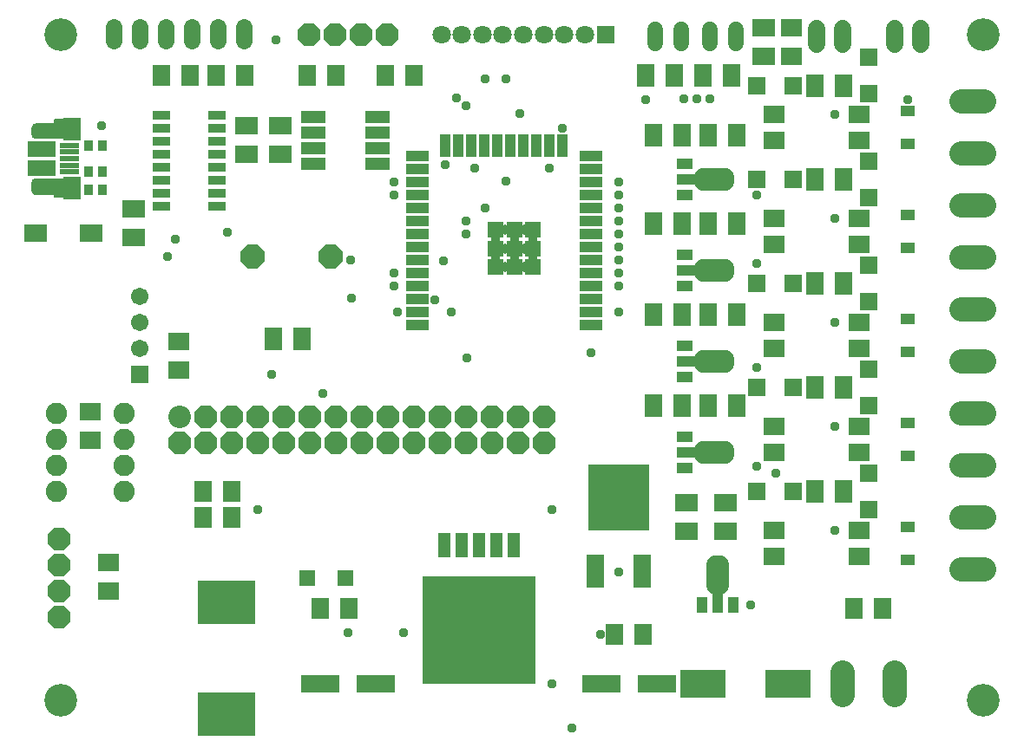
<source format=gts>
G04 EAGLE Gerber RS-274X export*
G75*
%MOMM*%
%FSLAX34Y34*%
%LPD*%
%INSoldermask Top*%
%IPPOS*%
%AMOC8*
5,1,8,0,0,1.08239X$1,22.5*%
G01*
%ADD10C,3.203200*%
%ADD11C,2.387600*%
%ADD12R,1.803200X1.803200*%
%ADD13C,1.803200*%
%ADD14R,4.503200X2.703200*%
%ADD15R,1.803200X2.003200*%
%ADD16R,2.003200X1.803200*%
%ADD17R,3.703200X1.803200*%
%ADD18C,1.711200*%
%ADD19R,1.603200X1.603200*%
%ADD20R,1.423200X1.113200*%
%ADD21R,11.003200X10.613200*%
%ADD22R,1.270000X2.362200*%
%ADD23R,1.953200X0.603200*%
%ADD24R,1.663200X2.203200*%
%ADD25R,2.703200X1.628200*%
%ADD26R,2.103200X1.703200*%
%ADD27R,5.703200X4.203200*%
%ADD28R,0.903200X1.103200*%
%ADD29R,1.703200X1.703200*%
%ADD30R,6.003200X6.403200*%
%ADD31R,1.803200X3.203200*%
%ADD32P,2.384722X8X112.500000*%
%ADD33R,2.203200X1.803200*%
%ADD34R,1.803200X2.203200*%
%ADD35C,1.524000*%
%ADD36P,2.556822X8X22.500000*%
%ADD37C,2.203200*%
%ADD38P,2.384722X8X22.500000*%
%ADD39R,1.003200X1.603200*%
%ADD40R,1.003200X2.103200*%
%ADD41C,1.721103*%
%ADD42R,1.603200X1.003200*%
%ADD43R,2.103200X1.003200*%
%ADD44R,1.727200X0.838200*%
%ADD45R,1.711200X1.711200*%
%ADD46C,1.711200*%
%ADD47R,2.203200X1.103200*%
%ADD48R,1.103200X2.203200*%
%ADD49R,1.533200X1.533200*%
%ADD50C,0.965200*%
%ADD51P,2.384722X8X202.500000*%
%ADD52C,1.625600*%
%ADD53C,2.082800*%
%ADD54R,2.438400X1.219200*%
%ADD55C,0.959600*%

G36*
X52175Y540614D02*
X52175Y540614D01*
X52180Y540613D01*
X52273Y540634D01*
X52367Y540652D01*
X52371Y540655D01*
X52376Y540656D01*
X52454Y540712D01*
X52532Y540765D01*
X52535Y540769D01*
X52539Y540772D01*
X52590Y540854D01*
X52642Y540933D01*
X52642Y540938D01*
X52645Y540943D01*
X52677Y541120D01*
X52677Y559120D01*
X52676Y559125D01*
X52677Y559130D01*
X52656Y559223D01*
X52638Y559317D01*
X52635Y559321D01*
X52634Y559326D01*
X52578Y559404D01*
X52525Y559482D01*
X52521Y559485D01*
X52518Y559489D01*
X52436Y559540D01*
X52357Y559592D01*
X52352Y559592D01*
X52347Y559595D01*
X52170Y559627D01*
X25170Y559627D01*
X25144Y559622D01*
X25113Y559624D01*
X24446Y559549D01*
X24399Y559534D01*
X24335Y559524D01*
X23701Y559302D01*
X23658Y559277D01*
X23598Y559252D01*
X23030Y558895D01*
X22994Y558861D01*
X22941Y558824D01*
X22466Y558349D01*
X22438Y558308D01*
X22395Y558260D01*
X22038Y557692D01*
X22020Y557645D01*
X21988Y557589D01*
X21766Y556955D01*
X21760Y556906D01*
X21741Y556844D01*
X21666Y556177D01*
X21668Y556150D01*
X21663Y556120D01*
X21663Y548128D01*
X21639Y547344D01*
X21648Y547295D01*
X21649Y547231D01*
X21802Y546454D01*
X21821Y546408D01*
X21836Y546346D01*
X22159Y545622D01*
X22187Y545582D01*
X22216Y545524D01*
X22691Y544891D01*
X22728Y544858D01*
X22769Y544808D01*
X23373Y544297D01*
X23416Y544273D01*
X23467Y544233D01*
X24170Y543869D01*
X24218Y543855D01*
X24276Y543828D01*
X25043Y543629D01*
X25096Y543626D01*
X25170Y543613D01*
X43663Y543613D01*
X43663Y541120D01*
X43664Y541115D01*
X43663Y541110D01*
X43684Y541017D01*
X43702Y540924D01*
X43705Y540919D01*
X43706Y540914D01*
X43762Y540836D01*
X43815Y540758D01*
X43819Y540755D01*
X43822Y540751D01*
X43904Y540700D01*
X43983Y540648D01*
X43988Y540648D01*
X43993Y540645D01*
X44170Y540613D01*
X52170Y540613D01*
X52175Y540614D01*
G37*
G36*
X26178Y598613D02*
X26178Y598613D01*
X52170Y598613D01*
X52175Y598614D01*
X52180Y598613D01*
X52273Y598634D01*
X52367Y598652D01*
X52371Y598655D01*
X52376Y598656D01*
X52454Y598712D01*
X52532Y598765D01*
X52535Y598769D01*
X52539Y598772D01*
X52590Y598854D01*
X52642Y598933D01*
X52642Y598938D01*
X52645Y598943D01*
X52677Y599120D01*
X52677Y617120D01*
X52676Y617125D01*
X52677Y617130D01*
X52656Y617223D01*
X52638Y617317D01*
X52635Y617321D01*
X52634Y617326D01*
X52578Y617404D01*
X52525Y617482D01*
X52521Y617485D01*
X52518Y617489D01*
X52436Y617540D01*
X52357Y617592D01*
X52352Y617592D01*
X52347Y617595D01*
X52170Y617627D01*
X44170Y617627D01*
X44165Y617626D01*
X44160Y617627D01*
X44067Y617606D01*
X43974Y617588D01*
X43969Y617585D01*
X43964Y617584D01*
X43886Y617528D01*
X43808Y617475D01*
X43805Y617471D01*
X43801Y617468D01*
X43750Y617386D01*
X43698Y617307D01*
X43698Y617302D01*
X43695Y617297D01*
X43663Y617120D01*
X43663Y613627D01*
X26170Y613627D01*
X26144Y613622D01*
X26113Y613624D01*
X25223Y613524D01*
X25176Y613509D01*
X25112Y613499D01*
X24267Y613203D01*
X24224Y613177D01*
X24165Y613153D01*
X23406Y612677D01*
X23370Y612643D01*
X23317Y612606D01*
X22684Y611973D01*
X22657Y611931D01*
X22613Y611884D01*
X22137Y611125D01*
X22119Y611079D01*
X22087Y611023D01*
X21792Y610178D01*
X21785Y610129D01*
X21766Y610067D01*
X21666Y609177D01*
X21668Y609150D01*
X21663Y609120D01*
X21663Y602120D01*
X21673Y602067D01*
X21679Y601993D01*
X21878Y601226D01*
X21900Y601182D01*
X21919Y601120D01*
X22283Y600417D01*
X22314Y600379D01*
X22347Y600323D01*
X22858Y599719D01*
X22897Y599688D01*
X22941Y599641D01*
X23574Y599166D01*
X23619Y599145D01*
X23672Y599109D01*
X24396Y598786D01*
X24444Y598776D01*
X24504Y598752D01*
X25281Y598599D01*
X25330Y598599D01*
X25394Y598589D01*
X26178Y598613D01*
G37*
D10*
X50000Y50000D03*
X950000Y50000D03*
X950000Y700000D03*
X50000Y700000D03*
D11*
X813054Y76962D02*
X813054Y55118D01*
X863346Y55118D02*
X863346Y76962D01*
D12*
X581406Y700532D03*
D13*
X561406Y700532D03*
X541406Y700532D03*
X521406Y700532D03*
X501406Y700532D03*
X481406Y700532D03*
X461406Y700532D03*
X441406Y700532D03*
X421406Y700532D03*
D14*
X676656Y65786D03*
X759656Y65786D03*
D15*
X189200Y254000D03*
X217200Y254000D03*
D16*
X96774Y184180D03*
X96774Y156180D03*
X78740Y303500D03*
X78740Y331500D03*
X165100Y372080D03*
X165100Y400080D03*
D17*
X303200Y66040D03*
X357200Y66040D03*
D15*
X367000Y660400D03*
X395000Y660400D03*
X290800Y660400D03*
X318800Y660400D03*
X590520Y114300D03*
X618520Y114300D03*
D17*
X577520Y66040D03*
X631520Y66040D03*
D15*
X189200Y228600D03*
X217200Y228600D03*
X176560Y660400D03*
X148560Y660400D03*
X824200Y139700D03*
X852200Y139700D03*
X303500Y139700D03*
X331500Y139700D03*
D11*
X928878Y584454D02*
X950722Y584454D01*
X950722Y634746D02*
X928878Y634746D01*
D18*
X787400Y690960D02*
X787400Y706040D01*
X812800Y706040D02*
X812800Y690960D01*
D19*
X290118Y169164D03*
X328118Y169164D03*
D20*
X876300Y186825D03*
X876300Y219575D03*
X876300Y288425D03*
X876300Y321175D03*
X876300Y390025D03*
X876300Y422775D03*
X876300Y491625D03*
X876300Y524375D03*
X876300Y593225D03*
X876300Y625975D03*
D11*
X928878Y482854D02*
X950722Y482854D01*
X950722Y533146D02*
X928878Y533146D01*
D21*
X458216Y118364D03*
D22*
X492252Y201676D03*
X475234Y201676D03*
X458216Y201676D03*
X441198Y201676D03*
X424180Y201676D03*
D23*
X58420Y579120D03*
X58420Y585620D03*
X58420Y566120D03*
X58420Y572620D03*
D24*
X61170Y550120D03*
X61170Y608120D03*
D25*
X31670Y588745D03*
X31670Y569495D03*
D23*
X58420Y592120D03*
D26*
X745900Y215900D03*
X745900Y190500D03*
X828900Y190500D03*
X828900Y215900D03*
X745900Y317500D03*
X745900Y292100D03*
X828900Y292100D03*
X828900Y317500D03*
X745900Y419100D03*
X745900Y393700D03*
X828900Y393700D03*
X828900Y419100D03*
X745900Y520700D03*
X745900Y495300D03*
X828900Y495300D03*
X828900Y520700D03*
X745900Y622300D03*
X745900Y596900D03*
X828900Y596900D03*
X828900Y622300D03*
D27*
X211836Y145932D03*
X211836Y35932D03*
D28*
X77320Y548640D03*
X90320Y548640D03*
X77320Y591820D03*
X90320Y591820D03*
X77320Y566420D03*
X90320Y566420D03*
D29*
X729260Y254000D03*
X764260Y254000D03*
X838200Y677900D03*
X838200Y642900D03*
X729260Y355600D03*
X764260Y355600D03*
X729260Y457200D03*
X764260Y457200D03*
X729260Y558800D03*
X764260Y558800D03*
X729260Y650240D03*
X764260Y650240D03*
X838200Y271500D03*
X838200Y236500D03*
X838200Y373100D03*
X838200Y338100D03*
X838200Y474700D03*
X838200Y439700D03*
X838200Y576300D03*
X838200Y541300D03*
D30*
X594106Y247828D03*
D31*
X571306Y176028D03*
X616906Y176028D03*
D32*
X292100Y699770D03*
X317500Y699770D03*
X342900Y699770D03*
X368300Y699770D03*
D18*
X863600Y706040D02*
X863600Y690960D01*
X889000Y690960D02*
X889000Y706040D01*
D33*
X660400Y214600D03*
X660400Y242600D03*
D34*
X709960Y601980D03*
X681960Y601980D03*
X786100Y254000D03*
X814100Y254000D03*
X786100Y355600D03*
X814100Y355600D03*
X786100Y457200D03*
X814100Y457200D03*
X786100Y558800D03*
X814100Y558800D03*
X285810Y403098D03*
X257810Y403098D03*
X628620Y337820D03*
X656620Y337820D03*
X676880Y660400D03*
X704880Y660400D03*
D33*
X121412Y501844D03*
X121412Y529844D03*
D34*
X621000Y660400D03*
X649000Y660400D03*
D35*
X683260Y691896D02*
X683260Y705104D01*
X708660Y705104D02*
X708660Y691896D01*
X629920Y691896D02*
X629920Y705104D01*
X655320Y705104D02*
X655320Y691896D01*
D33*
X735838Y678628D03*
X735838Y706628D03*
D34*
X786100Y650240D03*
X814100Y650240D03*
X628620Y426720D03*
X656620Y426720D03*
X628620Y515620D03*
X656620Y515620D03*
X628620Y601980D03*
X656620Y601980D03*
D33*
X698500Y214600D03*
X698500Y242600D03*
D34*
X709960Y337820D03*
X681960Y337820D03*
X709960Y426720D03*
X681960Y426720D03*
X709960Y515620D03*
X681960Y515620D03*
D36*
X237490Y483616D03*
X313690Y483616D03*
D11*
X928878Y178054D02*
X950722Y178054D01*
X950722Y228346D02*
X928878Y228346D01*
X928878Y279654D02*
X950722Y279654D01*
X950722Y329946D02*
X928878Y329946D01*
X928878Y381254D02*
X950722Y381254D01*
X950722Y431546D02*
X928878Y431546D01*
D37*
X166370Y326898D03*
D38*
X166370Y301498D03*
X191770Y326898D03*
X191770Y301498D03*
X217170Y326898D03*
X217170Y301498D03*
X242570Y326898D03*
X242570Y301498D03*
X267970Y326898D03*
X267970Y301498D03*
X293370Y326898D03*
X293370Y301498D03*
X318770Y326898D03*
X318770Y301498D03*
X344170Y326898D03*
X344170Y301498D03*
X369570Y326898D03*
X369570Y301498D03*
X394970Y326898D03*
X394970Y301498D03*
X420370Y326898D03*
X420370Y301498D03*
X445770Y326898D03*
X445770Y301498D03*
X471170Y326898D03*
X471170Y301498D03*
X496570Y326898D03*
X496570Y301498D03*
X521970Y326898D03*
X521970Y301498D03*
D39*
X675890Y142750D03*
X705870Y142750D03*
D40*
X690880Y145290D03*
D41*
X693451Y161299D02*
X688309Y161299D01*
X688309Y182621D01*
X693451Y182621D01*
X693451Y161299D01*
X693451Y177649D02*
X688309Y177649D01*
D42*
X658370Y307090D03*
X658370Y277110D03*
D43*
X660910Y292100D03*
D41*
X676919Y289529D02*
X676919Y294671D01*
X698241Y294671D01*
X698241Y289529D01*
X676919Y289529D01*
D42*
X658370Y395990D03*
X658370Y366010D03*
D43*
X660910Y381000D03*
D41*
X676919Y378429D02*
X676919Y383571D01*
X698241Y383571D01*
X698241Y378429D01*
X676919Y378429D01*
D42*
X658370Y484890D03*
X658370Y454910D03*
D43*
X660910Y469900D03*
D41*
X676919Y467329D02*
X676919Y472471D01*
X698241Y472471D01*
X698241Y467329D01*
X676919Y467329D01*
D42*
X658370Y573790D03*
X658370Y543810D03*
D43*
X660910Y558800D03*
D41*
X676919Y556229D02*
X676919Y561371D01*
X698241Y561371D01*
X698241Y556229D01*
X676919Y556229D01*
D44*
X148310Y608330D03*
X202210Y582930D03*
X148310Y621030D03*
X148310Y595630D03*
X148310Y582930D03*
X202210Y595630D03*
X202210Y570230D03*
X202210Y557530D03*
X148310Y557530D03*
X202210Y532130D03*
X148310Y570230D03*
X148310Y544830D03*
X202210Y544830D03*
X148310Y532130D03*
X202210Y608330D03*
X202210Y621030D03*
D45*
X127000Y368300D03*
D46*
X127000Y393700D03*
X127000Y419100D03*
X127000Y444500D03*
D47*
X567600Y581380D03*
X567600Y568680D03*
X567600Y555980D03*
X567600Y543280D03*
X567600Y530580D03*
X567600Y517880D03*
X567600Y505180D03*
X567600Y492480D03*
X567600Y479780D03*
X567600Y467080D03*
X567600Y454380D03*
X567600Y441680D03*
X567600Y428980D03*
X567600Y416280D03*
X397600Y581380D03*
X397600Y568680D03*
X397600Y555980D03*
X397600Y543280D03*
X397600Y530580D03*
X397600Y517880D03*
X397600Y505180D03*
X397600Y492480D03*
X397600Y479780D03*
X397600Y467080D03*
X397600Y454380D03*
X397600Y441680D03*
X397600Y428980D03*
X397600Y416280D03*
D48*
X476250Y591380D03*
X463550Y591380D03*
X450850Y591380D03*
X438150Y591380D03*
X425450Y591380D03*
X488950Y591380D03*
X501650Y591380D03*
X514350Y591380D03*
X527050Y591380D03*
X539750Y591380D03*
D49*
X492600Y491280D03*
X510950Y491280D03*
X474250Y491280D03*
X492600Y472930D03*
X510950Y472930D03*
X474250Y472930D03*
X492600Y509630D03*
X510950Y509630D03*
X474250Y509630D03*
D50*
X492600Y482105D03*
X510950Y482105D03*
X474250Y482105D03*
X510950Y500455D03*
X492600Y500455D03*
X474250Y500455D03*
X501775Y491280D03*
X483425Y491280D03*
X501775Y472930D03*
X483425Y472930D03*
X501775Y509630D03*
X483425Y509630D03*
D51*
X48006Y131318D03*
X48006Y156718D03*
X48006Y182118D03*
X48006Y207518D03*
D52*
X228600Y693928D02*
X228600Y708152D01*
X203200Y708152D02*
X203200Y693928D01*
X177800Y693928D02*
X177800Y708152D01*
X152400Y708152D02*
X152400Y693928D01*
X127000Y693928D02*
X127000Y708152D01*
X101600Y708152D02*
X101600Y693928D01*
D15*
X229900Y660400D03*
X201900Y660400D03*
D53*
X111760Y330200D03*
X111760Y304800D03*
X111760Y279400D03*
X111760Y254000D03*
X45720Y330200D03*
X45720Y304800D03*
X45720Y279400D03*
X45720Y254000D03*
D16*
X762762Y678628D03*
X762762Y706628D03*
D54*
X296672Y619760D03*
X296672Y604520D03*
X296672Y589280D03*
X296672Y574040D03*
X358648Y574040D03*
X358648Y589280D03*
X358648Y604520D03*
X358648Y619760D03*
D33*
X231140Y610900D03*
X231140Y582900D03*
X264160Y610900D03*
X264160Y582900D03*
X25578Y506222D03*
X79578Y506222D03*
D55*
X723392Y142748D03*
X729234Y543814D03*
X729234Y375412D03*
X567690Y389128D03*
X548640Y22860D03*
X729234Y477012D03*
X729234Y278638D03*
X876300Y637032D03*
X539750Y608330D03*
X260096Y694690D03*
X154432Y483616D03*
X735838Y706628D03*
X594360Y505460D03*
X660400Y214600D03*
X805180Y622300D03*
X805180Y520700D03*
X805180Y419100D03*
X805180Y317500D03*
X805180Y215900D03*
X529590Y235966D03*
X529590Y66294D03*
X594360Y429006D03*
X620776Y636270D03*
X242570Y235966D03*
X375412Y454406D03*
X255524Y368300D03*
X306070Y349504D03*
X374904Y467106D03*
X747268Y272034D03*
X594106Y175260D03*
X576938Y114300D03*
X384302Y116078D03*
X90170Y611632D03*
X329946Y116078D03*
X414528Y441452D03*
X333248Y442468D03*
X423164Y479552D03*
X332486Y479806D03*
X435864Y638330D03*
X430784Y429006D03*
X378206Y429006D03*
X497840Y623316D03*
X445516Y505460D03*
X445996Y384302D03*
X445008Y630936D03*
X445008Y518160D03*
X464312Y657352D03*
X464312Y530860D03*
X594360Y543560D03*
X594360Y556260D03*
X212598Y507492D03*
X161798Y500126D03*
X594360Y467360D03*
X594360Y454660D03*
X594360Y518160D03*
X628620Y337820D03*
X594360Y530860D03*
X628620Y426720D03*
X683260Y637540D03*
X594360Y480060D03*
X594360Y492760D03*
X657860Y637540D03*
X425450Y573278D03*
X670560Y637540D03*
X527050Y569722D03*
X454124Y569976D03*
X484124Y657352D03*
X484124Y556768D03*
X375438Y555980D03*
X375386Y543280D03*
M02*

</source>
